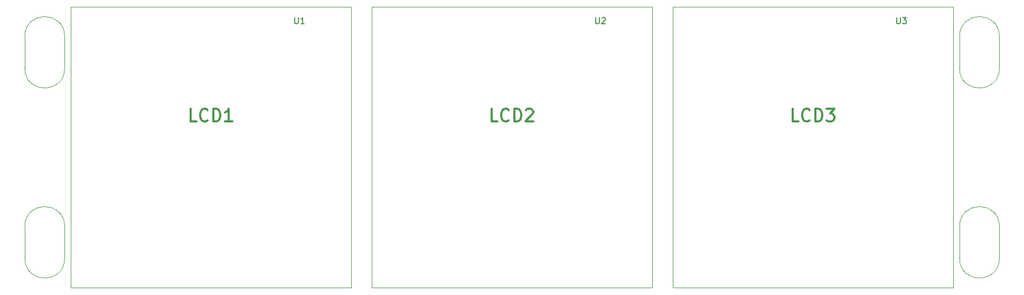
<source format=gto>
G04 #@! TF.GenerationSoftware,KiCad,Pcbnew,(5.1.9)-1*
G04 #@! TF.CreationDate,2021-04-11T14:47:46+02:00*
G04 #@! TF.ProjectId,Sunrise clock display board,53756e72-6973-4652-9063-6c6f636b2064,V1.0*
G04 #@! TF.SameCoordinates,Original*
G04 #@! TF.FileFunction,Legend,Top*
G04 #@! TF.FilePolarity,Positive*
%FSLAX46Y46*%
G04 Gerber Fmt 4.6, Leading zero omitted, Abs format (unit mm)*
G04 Created by KiCad (PCBNEW (5.1.9)-1) date 2021-04-11 14:47:46*
%MOMM*%
%LPD*%
G01*
G04 APERTURE LIST*
%ADD10C,0.300000*%
%ADD11C,0.120000*%
%ADD12C,0.150000*%
%ADD13O,3.200000X8.200000*%
%ADD14R,1.500000X1.500000*%
%ADD15C,1.700000*%
%ADD16C,2.300000*%
%ADD17C,1.524000*%
%ADD18R,1.524000X1.524000*%
G04 APERTURE END LIST*
D10*
X197056666Y-89804761D02*
X196104285Y-89804761D01*
X196104285Y-87804761D01*
X198866190Y-89614285D02*
X198770952Y-89709523D01*
X198485238Y-89804761D01*
X198294761Y-89804761D01*
X198009047Y-89709523D01*
X197818571Y-89519047D01*
X197723333Y-89328571D01*
X197628095Y-88947619D01*
X197628095Y-88661904D01*
X197723333Y-88280952D01*
X197818571Y-88090476D01*
X198009047Y-87900000D01*
X198294761Y-87804761D01*
X198485238Y-87804761D01*
X198770952Y-87900000D01*
X198866190Y-87995238D01*
X199723333Y-89804761D02*
X199723333Y-87804761D01*
X200199523Y-87804761D01*
X200485238Y-87900000D01*
X200675714Y-88090476D01*
X200770952Y-88280952D01*
X200866190Y-88661904D01*
X200866190Y-88947619D01*
X200770952Y-89328571D01*
X200675714Y-89519047D01*
X200485238Y-89709523D01*
X200199523Y-89804761D01*
X199723333Y-89804761D01*
X201532857Y-87804761D02*
X202770952Y-87804761D01*
X202104285Y-88566666D01*
X202390000Y-88566666D01*
X202580476Y-88661904D01*
X202675714Y-88757142D01*
X202770952Y-88947619D01*
X202770952Y-89423809D01*
X202675714Y-89614285D01*
X202580476Y-89709523D01*
X202390000Y-89804761D01*
X201818571Y-89804761D01*
X201628095Y-89709523D01*
X201532857Y-89614285D01*
X100536666Y-89804761D02*
X99584285Y-89804761D01*
X99584285Y-87804761D01*
X102346190Y-89614285D02*
X102250952Y-89709523D01*
X101965238Y-89804761D01*
X101774761Y-89804761D01*
X101489047Y-89709523D01*
X101298571Y-89519047D01*
X101203333Y-89328571D01*
X101108095Y-88947619D01*
X101108095Y-88661904D01*
X101203333Y-88280952D01*
X101298571Y-88090476D01*
X101489047Y-87900000D01*
X101774761Y-87804761D01*
X101965238Y-87804761D01*
X102250952Y-87900000D01*
X102346190Y-87995238D01*
X103203333Y-89804761D02*
X103203333Y-87804761D01*
X103679523Y-87804761D01*
X103965238Y-87900000D01*
X104155714Y-88090476D01*
X104250952Y-88280952D01*
X104346190Y-88661904D01*
X104346190Y-88947619D01*
X104250952Y-89328571D01*
X104155714Y-89519047D01*
X103965238Y-89709523D01*
X103679523Y-89804761D01*
X103203333Y-89804761D01*
X106250952Y-89804761D02*
X105108095Y-89804761D01*
X105679523Y-89804761D02*
X105679523Y-87804761D01*
X105489047Y-88090476D01*
X105298571Y-88280952D01*
X105108095Y-88376190D01*
X148796666Y-89804761D02*
X147844285Y-89804761D01*
X147844285Y-87804761D01*
X150606190Y-89614285D02*
X150510952Y-89709523D01*
X150225238Y-89804761D01*
X150034761Y-89804761D01*
X149749047Y-89709523D01*
X149558571Y-89519047D01*
X149463333Y-89328571D01*
X149368095Y-88947619D01*
X149368095Y-88661904D01*
X149463333Y-88280952D01*
X149558571Y-88090476D01*
X149749047Y-87900000D01*
X150034761Y-87804761D01*
X150225238Y-87804761D01*
X150510952Y-87900000D01*
X150606190Y-87995238D01*
X151463333Y-89804761D02*
X151463333Y-87804761D01*
X151939523Y-87804761D01*
X152225238Y-87900000D01*
X152415714Y-88090476D01*
X152510952Y-88280952D01*
X152606190Y-88661904D01*
X152606190Y-88947619D01*
X152510952Y-89328571D01*
X152415714Y-89519047D01*
X152225238Y-89709523D01*
X151939523Y-89804761D01*
X151463333Y-89804761D01*
X153368095Y-87995238D02*
X153463333Y-87900000D01*
X153653809Y-87804761D01*
X154130000Y-87804761D01*
X154320476Y-87900000D01*
X154415714Y-87995238D01*
X154510952Y-88185714D01*
X154510952Y-88376190D01*
X154415714Y-88661904D01*
X153272857Y-89804761D01*
X154510952Y-89804761D01*
D11*
X222860000Y-106680000D02*
X222860000Y-111760000D01*
X229260000Y-106680000D02*
X229260000Y-111760000D01*
X229260000Y-111760000D02*
G75*
G02*
X222860000Y-111760000I-3200000J0D01*
G01*
X222860000Y-106680000D02*
G75*
G02*
X229260000Y-106680000I3200000J0D01*
G01*
X73000000Y-106680000D02*
X73000000Y-111760000D01*
X79400000Y-106680000D02*
X79400000Y-111760000D01*
X79400000Y-111760000D02*
G75*
G02*
X73000000Y-111760000I-3200000J0D01*
G01*
X73000000Y-106680000D02*
G75*
G02*
X79400000Y-106680000I3200000J0D01*
G01*
X222860000Y-76200000D02*
X222860000Y-81280000D01*
X229260000Y-76200000D02*
X229260000Y-81280000D01*
X229260000Y-81280000D02*
G75*
G02*
X222860000Y-81280000I-3200000J0D01*
G01*
X222860000Y-76200000D02*
G75*
G02*
X229260000Y-76200000I3200000J0D01*
G01*
X73000000Y-76200000D02*
X73000000Y-81280000D01*
X79400000Y-76200000D02*
X79400000Y-81280000D01*
X79400000Y-81280000D02*
G75*
G02*
X73000000Y-81280000I-3200000J0D01*
G01*
X73000000Y-76200000D02*
G75*
G02*
X79400000Y-76200000I3200000J0D01*
G01*
X176890000Y-116480000D02*
X176890000Y-71480000D01*
X221890000Y-116480000D02*
X176890000Y-116480000D01*
X221890000Y-71480000D02*
X221890000Y-116480000D01*
X176890000Y-71480000D02*
X221890000Y-71480000D01*
X128630000Y-116480000D02*
X128630000Y-71480000D01*
X173630000Y-116480000D02*
X128630000Y-116480000D01*
X173630000Y-71480000D02*
X173630000Y-116480000D01*
X128630000Y-71480000D02*
X173630000Y-71480000D01*
X80370000Y-116480000D02*
X80370000Y-71480000D01*
X125370000Y-116480000D02*
X80370000Y-116480000D01*
X125370000Y-71480000D02*
X125370000Y-116480000D01*
X80370000Y-71480000D02*
X125370000Y-71480000D01*
D12*
X212778095Y-73132380D02*
X212778095Y-73941904D01*
X212825714Y-74037142D01*
X212873333Y-74084761D01*
X212968571Y-74132380D01*
X213159047Y-74132380D01*
X213254285Y-74084761D01*
X213301904Y-74037142D01*
X213349523Y-73941904D01*
X213349523Y-73132380D01*
X213730476Y-73132380D02*
X214349523Y-73132380D01*
X214016190Y-73513333D01*
X214159047Y-73513333D01*
X214254285Y-73560952D01*
X214301904Y-73608571D01*
X214349523Y-73703809D01*
X214349523Y-73941904D01*
X214301904Y-74037142D01*
X214254285Y-74084761D01*
X214159047Y-74132380D01*
X213873333Y-74132380D01*
X213778095Y-74084761D01*
X213730476Y-74037142D01*
X164518095Y-73132380D02*
X164518095Y-73941904D01*
X164565714Y-74037142D01*
X164613333Y-74084761D01*
X164708571Y-74132380D01*
X164899047Y-74132380D01*
X164994285Y-74084761D01*
X165041904Y-74037142D01*
X165089523Y-73941904D01*
X165089523Y-73132380D01*
X165518095Y-73227619D02*
X165565714Y-73180000D01*
X165660952Y-73132380D01*
X165899047Y-73132380D01*
X165994285Y-73180000D01*
X166041904Y-73227619D01*
X166089523Y-73322857D01*
X166089523Y-73418095D01*
X166041904Y-73560952D01*
X165470476Y-74132380D01*
X166089523Y-74132380D01*
X116258095Y-73132380D02*
X116258095Y-73941904D01*
X116305714Y-74037142D01*
X116353333Y-74084761D01*
X116448571Y-74132380D01*
X116639047Y-74132380D01*
X116734285Y-74084761D01*
X116781904Y-74037142D01*
X116829523Y-73941904D01*
X116829523Y-73132380D01*
X117829523Y-74132380D02*
X117258095Y-74132380D01*
X117543809Y-74132380D02*
X117543809Y-73132380D01*
X117448571Y-73275238D01*
X117353333Y-73370476D01*
X117258095Y-73418095D01*
%LPC*%
D13*
X226060000Y-109220000D03*
X76200000Y-109220000D03*
X226060000Y-78740000D03*
X76200000Y-78740000D03*
D14*
X215900000Y-100330000D03*
X215900000Y-96520000D03*
X215900000Y-88900000D03*
X215900000Y-92710000D03*
X215900000Y-85090000D03*
X215900000Y-81280000D03*
X195580000Y-86360000D03*
X144780000Y-88900000D03*
X88900000Y-80010000D03*
X215900000Y-77470000D03*
D15*
X107950000Y-100330000D03*
X105410000Y-100330000D03*
X102870000Y-100330000D03*
X100330000Y-100330000D03*
X97790000Y-100330000D03*
X107950000Y-97790000D03*
X105410000Y-97790000D03*
X102870000Y-97790000D03*
X100330000Y-97790000D03*
G36*
G01*
X97190000Y-96940000D02*
X98390000Y-96940000D01*
G75*
G02*
X98640000Y-97190000I0J-250000D01*
G01*
X98640000Y-98390000D01*
G75*
G02*
X98390000Y-98640000I-250000J0D01*
G01*
X97190000Y-98640000D01*
G75*
G02*
X96940000Y-98390000I0J250000D01*
G01*
X96940000Y-97190000D01*
G75*
G02*
X97190000Y-96940000I250000J0D01*
G01*
G37*
D16*
X178940000Y-114430000D03*
X219840000Y-114430000D03*
X219840000Y-73530000D03*
X178940000Y-73530000D03*
D17*
X205740000Y-114300000D03*
X208280000Y-114300000D03*
X203200000Y-114300000D03*
D18*
X190500000Y-114300000D03*
D17*
X200660000Y-114300000D03*
X198120000Y-114300000D03*
X193040000Y-114300000D03*
X195580000Y-114300000D03*
X208280000Y-73660000D03*
X205740000Y-73660000D03*
X203200000Y-73660000D03*
X200660000Y-73660000D03*
X198120000Y-73660000D03*
X195580000Y-73660000D03*
X193040000Y-73660000D03*
D18*
X190500000Y-73660000D03*
D16*
X130680000Y-114430000D03*
X171580000Y-114430000D03*
X171580000Y-73530000D03*
X130680000Y-73530000D03*
D17*
X157480000Y-114300000D03*
X160020000Y-114300000D03*
X154940000Y-114300000D03*
D18*
X142240000Y-114300000D03*
D17*
X152400000Y-114300000D03*
X149860000Y-114300000D03*
X144780000Y-114300000D03*
X147320000Y-114300000D03*
X160020000Y-73660000D03*
X157480000Y-73660000D03*
X154940000Y-73660000D03*
X152400000Y-73660000D03*
X149860000Y-73660000D03*
X147320000Y-73660000D03*
X144780000Y-73660000D03*
D18*
X142240000Y-73660000D03*
D16*
X82420000Y-114430000D03*
X123320000Y-114430000D03*
X123320000Y-73530000D03*
X82420000Y-73530000D03*
D17*
X109220000Y-114300000D03*
X111760000Y-114300000D03*
X106680000Y-114300000D03*
D18*
X93980000Y-114300000D03*
D17*
X104140000Y-114300000D03*
X101600000Y-114300000D03*
X96520000Y-114300000D03*
X99060000Y-114300000D03*
X111760000Y-73660000D03*
X109220000Y-73660000D03*
X106680000Y-73660000D03*
X104140000Y-73660000D03*
X101600000Y-73660000D03*
X99060000Y-73660000D03*
X96520000Y-73660000D03*
D18*
X93980000Y-73660000D03*
M02*

</source>
